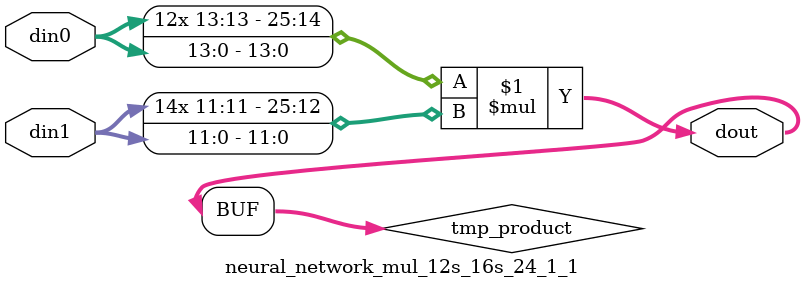
<source format=v>

`timescale 1 ns / 1 ps

  module neural_network_mul_12s_16s_24_1_1(din0, din1, dout);
parameter ID = 1;
parameter NUM_STAGE = 0;
parameter din0_WIDTH = 14;
parameter din1_WIDTH = 12;
parameter dout_WIDTH = 26;

input [din0_WIDTH - 1 : 0] din0; 
input [din1_WIDTH - 1 : 0] din1; 
output [dout_WIDTH - 1 : 0] dout;

wire signed [dout_WIDTH - 1 : 0] tmp_product;













assign tmp_product = $signed(din0) * $signed(din1);








assign dout = tmp_product;







endmodule

</source>
